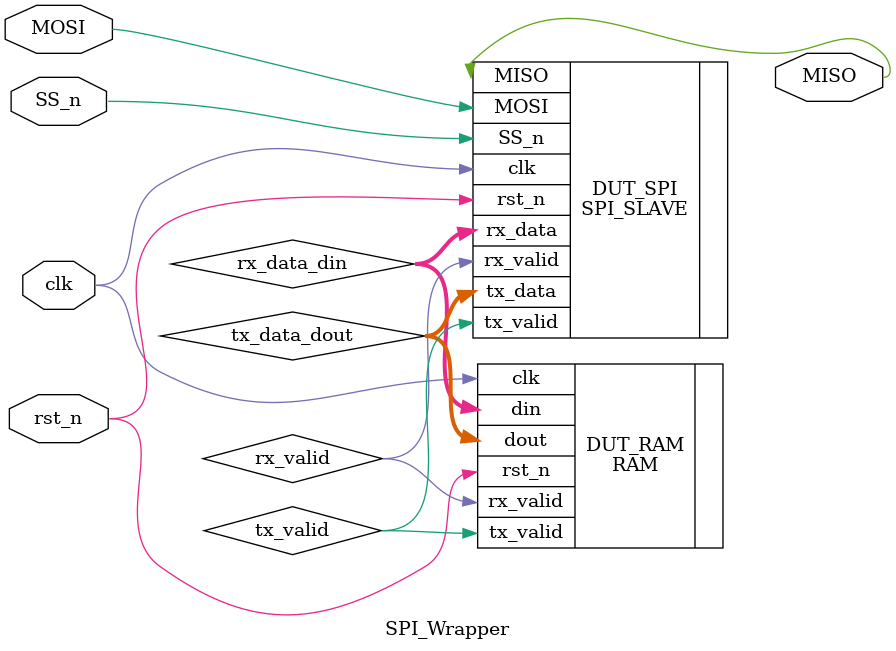
<source format=v>
module SPI_Wrapper (input clk,rst_n,SS_n,MOSI, output MISO);
parameter MEM_DEPTH=256, ADDR_SIZE=8;
wire [ADDR_SIZE+1:0] rx_data_din;
wire [ADDR_SIZE-1:0] tx_data_dout;
wire rx_valid,tx_valid;

/*module SPI_SLAVE (MOSI,SS_n,clk,rst_n,rx_data,tx_valid,tx_data,MISO,rx_valid);*/

SPI_SLAVE DUT_SPI(.clk(clk),.rst_n(rst_n),.SS_n(SS_n),.MOSI(MOSI),.tx_valid(tx_valid),.tx_data(tx_data_dout),.MISO(MISO),.rx_valid(rx_valid),.rx_data(rx_data_din));


/*module RAM (din,clk,rst_n,rx_valid,dout,tx_valid);*/

RAM DUT_RAM(.din(rx_data_din),.clk(clk),.rst_n(rst_n),.rx_valid(rx_valid), .dout(tx_data_dout),.tx_valid(tx_valid));

endmodule
</source>
